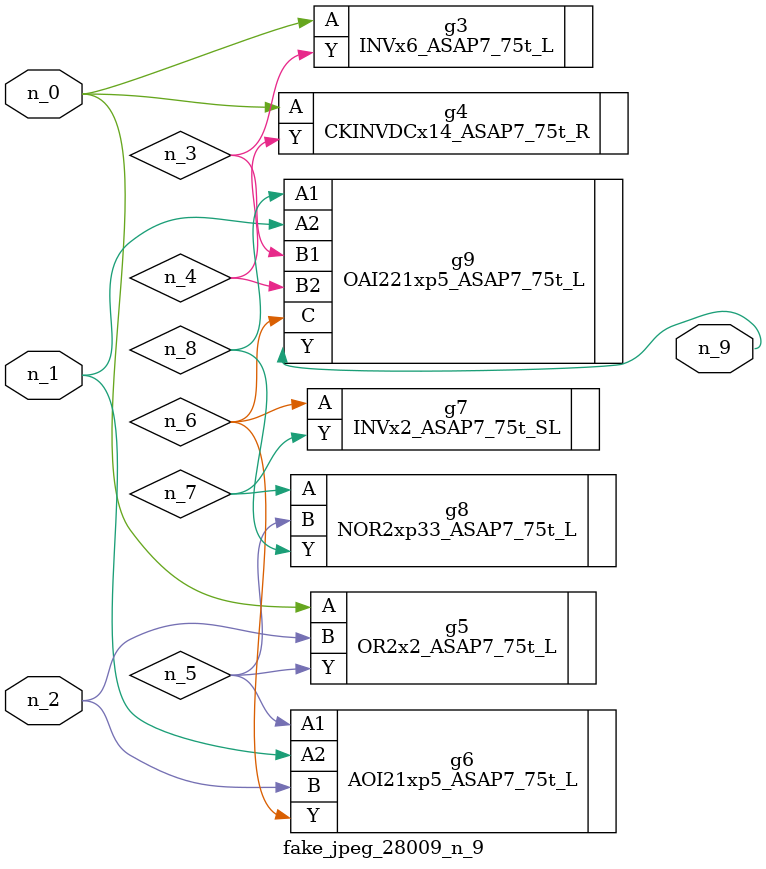
<source format=v>
module fake_jpeg_28009_n_9 (n_0, n_2, n_1, n_9);

input n_0;
input n_2;
input n_1;

output n_9;

wire n_3;
wire n_4;
wire n_8;
wire n_6;
wire n_5;
wire n_7;

INVx6_ASAP7_75t_L g3 ( 
.A(n_0),
.Y(n_3)
);

CKINVDCx14_ASAP7_75t_R g4 ( 
.A(n_0),
.Y(n_4)
);

OR2x2_ASAP7_75t_L g5 ( 
.A(n_0),
.B(n_2),
.Y(n_5)
);

AOI21xp5_ASAP7_75t_L g6 ( 
.A1(n_5),
.A2(n_1),
.B(n_2),
.Y(n_6)
);

INVx2_ASAP7_75t_SL g7 ( 
.A(n_6),
.Y(n_7)
);

NOR2xp33_ASAP7_75t_L g8 ( 
.A(n_7),
.B(n_5),
.Y(n_8)
);

OAI221xp5_ASAP7_75t_L g9 ( 
.A1(n_8),
.A2(n_1),
.B1(n_3),
.B2(n_4),
.C(n_6),
.Y(n_9)
);


endmodule
</source>
